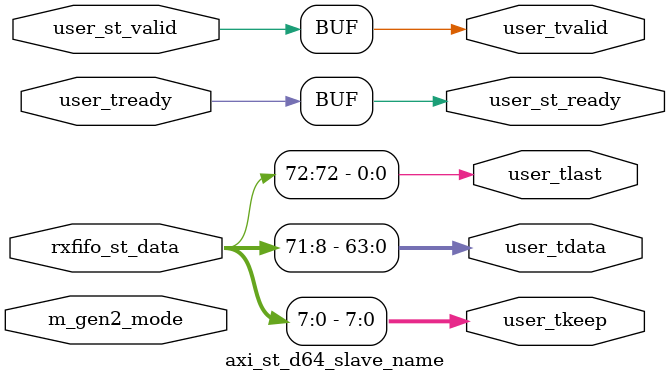
<source format=sv>

module axi_st_d64_slave_name  (

  // st channel
  output logic [   7:   0]   user_tkeep          ,
  output logic [  63:   0]   user_tdata          ,
  output logic               user_tlast          ,
  output logic               user_tvalid         ,
  input  logic               user_tready         ,

  // Logic Link Interfaces
  input  logic               user_st_valid       ,
  input  logic [  72:   0]   rxfifo_st_data      ,
  output logic               user_st_ready       ,

  input  logic               m_gen2_mode         

);

  // Connect Data

  assign user_tvalid                        = user_st_valid                      ;
  assign user_st_ready                      = user_tready                        ;
  assign user_tkeep           [   0 +:   8] = rxfifo_st_data       [   0 +:   8] ;
  assign user_tdata           [   0 +:  64] = rxfifo_st_data       [   8 +:  64] ;
  assign user_tlast                         = rxfifo_st_data       [  72 +:   1] ;

endmodule

</source>
